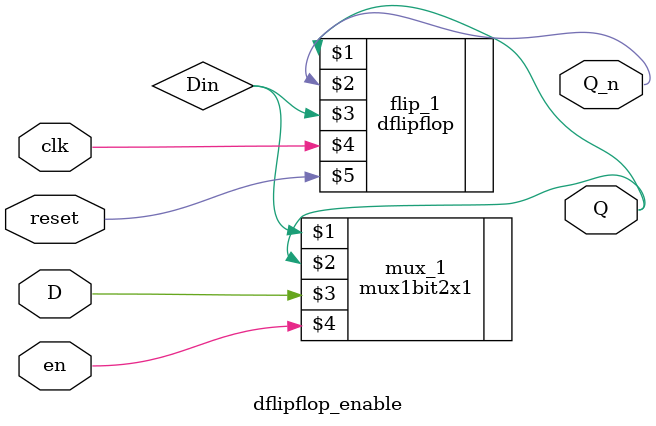
<source format=v>
`timescale 1ns / 1ps
module dflipflop_enable(
    output Q,
    output Q_n,
    input D,
	input en,		// enable input
    input clk,		// Positive edge triggered.
    input reset	// Asynch active low reset
    );

	wire Din;
	 
	mux1bit2x1 mux_1(Din, Q, D, en);
	dflipflop flip_1(Q, Q_n, Din, clk, reset);

endmodule

</source>
